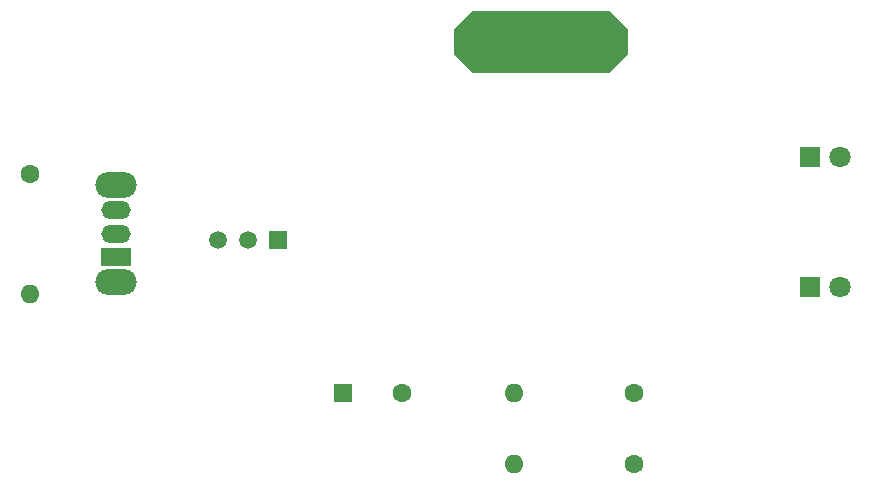
<source format=gbr>
%TF.GenerationSoftware,KiCad,Pcbnew,9.0.4*%
%TF.CreationDate,2026-01-28T21:56:10-05:00*%
%TF.ProjectId,learn_to_solder,6c656172-6e5f-4746-9f5f-736f6c646572,rev?*%
%TF.SameCoordinates,Original*%
%TF.FileFunction,Soldermask,Top*%
%TF.FilePolarity,Negative*%
%FSLAX46Y46*%
G04 Gerber Fmt 4.6, Leading zero omitted, Abs format (unit mm)*
G04 Created by KiCad (PCBNEW 9.0.4) date 2026-01-28 21:56:10*
%MOMM*%
%LPD*%
G01*
G04 APERTURE LIST*
G04 Aperture macros list*
%AMOutline5P*
0 Free polygon, 5 corners , with rotation*
0 The origin of the aperture is its center*
0 number of corners: always 5*
0 $1 to $10 corner X, Y*
0 $11 Rotation angle, in degrees counterclockwise*
0 create outline with 5 corners*
4,1,5,$1,$2,$3,$4,$5,$6,$7,$8,$9,$10,$1,$2,$11*%
%AMOutline6P*
0 Free polygon, 6 corners , with rotation*
0 The origin of the aperture is its center*
0 number of corners: always 6*
0 $1 to $12 corner X, Y*
0 $13 Rotation angle, in degrees counterclockwise*
0 create outline with 6 corners*
4,1,6,$1,$2,$3,$4,$5,$6,$7,$8,$9,$10,$11,$12,$1,$2,$13*%
%AMOutline7P*
0 Free polygon, 7 corners , with rotation*
0 The origin of the aperture is its center*
0 number of corners: always 7*
0 $1 to $14 corner X, Y*
0 $15 Rotation angle, in degrees counterclockwise*
0 create outline with 7 corners*
4,1,7,$1,$2,$3,$4,$5,$6,$7,$8,$9,$10,$11,$12,$13,$14,$1,$2,$15*%
%AMOutline8P*
0 Free polygon, 8 corners , with rotation*
0 The origin of the aperture is its center*
0 number of corners: always 8*
0 $1 to $16 corner X, Y*
0 $17 Rotation angle, in degrees counterclockwise*
0 create outline with 8 corners*
4,1,8,$1,$2,$3,$4,$5,$6,$7,$8,$9,$10,$11,$12,$13,$14,$15,$16,$1,$2,$17*%
G04 Aperture macros list end*
%ADD10Outline8P,-7.350000X1.035000X-5.797500X2.587500X5.797500X2.587500X7.350000X1.035000X7.350000X-1.035000X5.797500X-2.587500X-5.797500X-2.587500X-7.350000X-1.035000X0.000000*%
%ADD11R,1.800000X1.800000*%
%ADD12C,1.800000*%
%ADD13O,3.500000X2.200000*%
%ADD14R,2.500000X1.500000*%
%ADD15O,2.500000X1.500000*%
%ADD16R,1.600000X1.600000*%
%ADD17C,1.600000*%
%ADD18O,1.600000X1.600000*%
%ADD19R,1.500000X1.500000*%
%ADD20C,1.500000*%
G04 APERTURE END LIST*
D10*
%TO.C,REF\u002A\u002A*%
X130250000Y-59250000D03*
%TD*%
D11*
%TO.C,D1*%
X153000000Y-80000000D03*
D12*
X155540000Y-80000000D03*
%TD*%
D13*
%TO.C,SW1*%
X94297500Y-79600000D03*
X94297500Y-71400000D03*
D14*
X94297500Y-77500000D03*
D15*
X94297500Y-75500000D03*
X94297500Y-73500000D03*
%TD*%
D16*
%TO.C,R2*%
X113500000Y-89000000D03*
D17*
X118500000Y-89000000D03*
%TD*%
%TO.C,R1*%
X87000000Y-70420000D03*
D18*
X87000000Y-80580000D03*
%TD*%
D17*
%TO.C,R4*%
X138080000Y-89000000D03*
D18*
X127920000Y-89000000D03*
%TD*%
D17*
%TO.C,R3*%
X138080000Y-95000000D03*
D18*
X127920000Y-95000000D03*
%TD*%
D11*
%TO.C,D2*%
X153000000Y-69000000D03*
D12*
X155540000Y-69000000D03*
%TD*%
D19*
%TO.C,Q1*%
X108000000Y-76000000D03*
D20*
X105460000Y-76000000D03*
X102920000Y-76000000D03*
%TD*%
M02*

</source>
